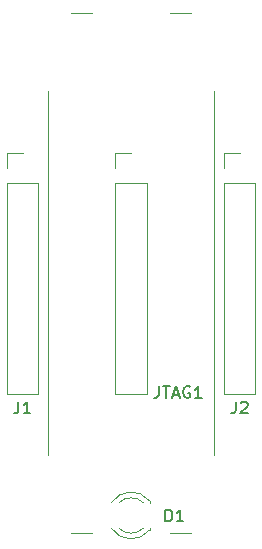
<source format=gbr>
%TF.GenerationSoftware,KiCad,Pcbnew,(6.0.0)*%
%TF.CreationDate,2022-04-15T02:41:16-04:00*%
%TF.ProjectId,JTAG_ISP-HDR,4a544147-5f49-4535-902d-4844522e6b69,v5.4.0*%
%TF.SameCoordinates,Original*%
%TF.FileFunction,Legend,Top*%
%TF.FilePolarity,Positive*%
%FSLAX46Y46*%
G04 Gerber Fmt 4.6, Leading zero omitted, Abs format (unit mm)*
G04 Created by KiCad (PCBNEW (6.0.0)) date 2022-04-15 02:41:16*
%MOMM*%
%LPD*%
G01*
G04 APERTURE LIST*
%ADD10C,0.150000*%
%ADD11C,0.120000*%
G04 APERTURE END LIST*
D10*
%TO.C,J2*%
X120567687Y-82141749D02*
X120567687Y-82856035D01*
X120520068Y-82998892D01*
X120424830Y-83094130D01*
X120281973Y-83141749D01*
X120186735Y-83141749D01*
X120996259Y-82236988D02*
X121043878Y-82189369D01*
X121139116Y-82141749D01*
X121377211Y-82141749D01*
X121472449Y-82189369D01*
X121520068Y-82236988D01*
X121567687Y-82332226D01*
X121567687Y-82427464D01*
X121520068Y-82570321D01*
X120948640Y-83141749D01*
X121567687Y-83141749D01*
%TO.C,J1*%
X102167687Y-82141749D02*
X102167687Y-82856035D01*
X102120068Y-82998892D01*
X102024830Y-83094130D01*
X101881973Y-83141749D01*
X101786735Y-83141749D01*
X103167687Y-83141749D02*
X102596259Y-83141749D01*
X102881973Y-83141749D02*
X102881973Y-82141749D01*
X102786735Y-82284607D01*
X102691497Y-82379845D01*
X102596259Y-82427464D01*
%TO.C,D1*%
X114612925Y-92291749D02*
X114612925Y-91291749D01*
X114851021Y-91291749D01*
X114993878Y-91339369D01*
X115089116Y-91434607D01*
X115136735Y-91529845D01*
X115184354Y-91720321D01*
X115184354Y-91863178D01*
X115136735Y-92053654D01*
X115089116Y-92148892D01*
X114993878Y-92244130D01*
X114851021Y-92291749D01*
X114612925Y-92291749D01*
X116136735Y-92291749D02*
X115565306Y-92291749D01*
X115851021Y-92291749D02*
X115851021Y-91291749D01*
X115755782Y-91434607D01*
X115660544Y-91529845D01*
X115565306Y-91577464D01*
%TO.C,JTAG1*%
X114058163Y-80841749D02*
X114058163Y-81556035D01*
X114010544Y-81698892D01*
X113915306Y-81794130D01*
X113772449Y-81841749D01*
X113677211Y-81841749D01*
X114391497Y-80841749D02*
X114962925Y-80841749D01*
X114677211Y-81841749D02*
X114677211Y-80841749D01*
X115248640Y-81556035D02*
X115724830Y-81556035D01*
X115153401Y-81841749D02*
X115486735Y-80841749D01*
X115820068Y-81841749D01*
X116677211Y-80889369D02*
X116581973Y-80841749D01*
X116439116Y-80841749D01*
X116296259Y-80889369D01*
X116201021Y-80984607D01*
X116153401Y-81079845D01*
X116105782Y-81270321D01*
X116105782Y-81413178D01*
X116153401Y-81603654D01*
X116201021Y-81698892D01*
X116296259Y-81794130D01*
X116439116Y-81841749D01*
X116534354Y-81841749D01*
X116677211Y-81794130D01*
X116724830Y-81746511D01*
X116724830Y-81413178D01*
X116534354Y-81413178D01*
X117677211Y-81841749D02*
X117105782Y-81841749D01*
X117391497Y-81841749D02*
X117391497Y-80841749D01*
X117296259Y-80984607D01*
X117201021Y-81079845D01*
X117105782Y-81127464D01*
D11*
%TO.C,J2*%
X122217020Y-63667568D02*
X122217020Y-81507568D01*
X119557020Y-63667568D02*
X122217020Y-63667568D01*
X119557020Y-81507568D02*
X122217020Y-81507568D01*
X119557020Y-63667568D02*
X119557020Y-81507568D01*
X119557020Y-61067568D02*
X120887020Y-61067568D01*
X119557020Y-62397568D02*
X119557020Y-61067568D01*
%TO.C,J1*%
X101195004Y-61067568D02*
X102525004Y-61067568D01*
X103855004Y-63667568D02*
X103855004Y-81507568D01*
X101195004Y-63667568D02*
X103855004Y-63667568D01*
X101195004Y-63667568D02*
X101195004Y-81507568D01*
X101195004Y-81507568D02*
X103855004Y-81507568D01*
X101195004Y-62397568D02*
X101195004Y-61067568D01*
%TO.C,D1*%
X113266000Y-90709377D02*
X113266000Y-90553377D01*
X113266000Y-93025377D02*
X113266000Y-92869377D01*
X113266000Y-90553861D02*
G75*
G03*
X110033665Y-90710769I-1560000J-1235517D01*
G01*
X112746961Y-90709377D02*
G75*
G03*
X110664870Y-90709540I-1040961J-1080000D01*
G01*
X110033665Y-92867985D02*
G75*
G03*
X113266000Y-93024893I1672335J1078609D01*
G01*
X110664870Y-92869214D02*
G75*
G03*
X112746961Y-92869377I1041130J1079837D01*
G01*
%TO.C,JTAG1*%
X108384947Y-49272568D02*
X106611011Y-49272568D01*
X110376012Y-61067568D02*
X111706012Y-61067568D01*
X116801013Y-93272563D02*
X115027077Y-93272563D01*
X116801013Y-49272568D02*
X115027077Y-49272568D01*
X104701947Y-55876568D02*
X104701947Y-86668563D01*
X110376012Y-81507568D02*
X113036012Y-81507568D01*
X113036012Y-63667568D02*
X113036012Y-81507568D01*
X110376012Y-63667568D02*
X110376012Y-81507568D01*
X108384947Y-93272563D02*
X106611011Y-93272563D01*
X110376012Y-62397568D02*
X110376012Y-61067568D01*
X118706013Y-55876568D02*
X118706013Y-86668563D01*
X110376012Y-63667568D02*
X113036012Y-63667568D01*
%TD*%
M02*

</source>
